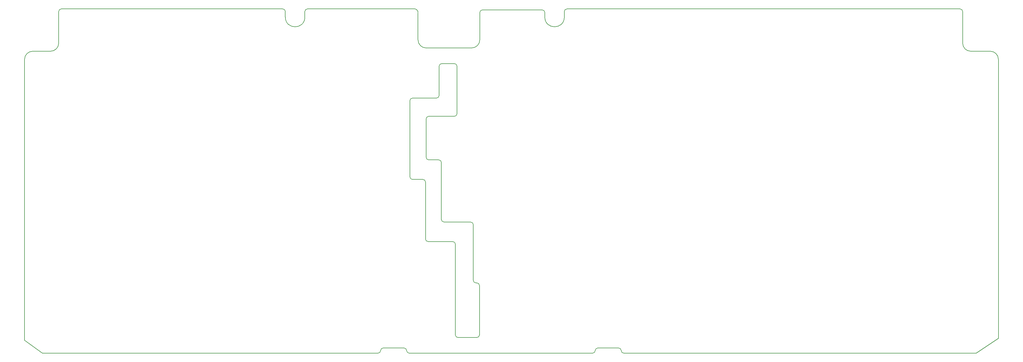
<source format=gm1>
G04 #@! TF.GenerationSoftware,KiCad,Pcbnew,6.0.0-rc1-unknown-ba8647f~66~ubuntu18.04.1*
G04 #@! TF.CreationDate,2018-09-16T18:21:37-07:00*
G04 #@! TF.ProjectId,TS65,545336352E6B696361645F7063620000,0.7*
G04 #@! TF.SameCoordinates,Original*
G04 #@! TF.FileFunction,Profile,NP*
%FSLAX46Y46*%
G04 Gerber Fmt 4.6, Leading zero omitted, Abs format (unit mm)*
G04 Created by KiCad (PCBNEW 6.0.0-rc1-unknown-ba8647f~66~ubuntu18.04.1) date Sun Sep 16 18:21:37 2018*
%MOMM*%
%LPD*%
G01*
G04 APERTURE LIST*
%ADD10C,0.127000*%
G04 APERTURE END LIST*
D10*
X201358116Y-67748334D02*
G75*
G02X202516999Y-69040999I-41116J-1202666D01*
G01*
X179427000Y-67801000D02*
X201527000Y-67801000D01*
X202507000Y-77281000D02*
X202507000Y-69031000D01*
X221400000Y-168000000D02*
G75*
G02X220600000Y-168800000I-800000J0D01*
G01*
X214000000Y-168000000D02*
G75*
G03X214800000Y-168800000I800000J0D01*
G01*
X214800000Y-168800000D02*
X220600000Y-168800000D01*
X220300000Y-152000000D02*
X220600000Y-152000000D01*
X221400000Y-152800000D02*
G75*
G03X220600000Y-152000000I-800000J0D01*
G01*
X219500000Y-151200000D02*
G75*
G03X220300000Y-152000000I800000J0D01*
G01*
X219500000Y-134100000D02*
G75*
G03X218700000Y-133300000I-800000J0D01*
G01*
X209700000Y-132500000D02*
G75*
G03X210500000Y-133300000I800000J0D01*
G01*
X209700000Y-115000000D02*
G75*
G03X208900000Y-114200000I-800000J0D01*
G01*
X205000000Y-113400000D02*
G75*
G03X205800000Y-114200000I800000J0D01*
G01*
X205800000Y-100800000D02*
G75*
G03X205000000Y-101600000I0J-800000D01*
G01*
X213700000Y-100800000D02*
G75*
G03X214500000Y-100000000I0J800000D01*
G01*
X265000000Y-172800000D02*
G75*
G03X265800000Y-173600000I800000J0D01*
G01*
X265000000Y-172800000D02*
G75*
G03X264200000Y-172000000I-800000J0D01*
G01*
X257000000Y-172800000D02*
G75*
G02X257800000Y-172000000I800000J0D01*
G01*
X257000000Y-172800000D02*
G75*
G02X256200000Y-173600000I-800000J0D01*
G01*
X370000000Y-68600000D02*
G75*
G03X369200000Y-67800000I-800000J0D01*
G01*
X381000000Y-83300000D02*
G75*
G03X378500000Y-80800000I-2500000J0D01*
G01*
X370000000Y-78300000D02*
G75*
G03X372500000Y-80800000I2500000J0D01*
G01*
X248300000Y-67800000D02*
G75*
G03X247500000Y-68600000I0J-800000D01*
G01*
X241500000Y-68900000D02*
G75*
G03X240700000Y-68100000I-800000J0D01*
G01*
X222300000Y-68100000D02*
G75*
G03X221500000Y-68900000I0J-800000D01*
G01*
X168500000Y-67800000D02*
G75*
G03X167700000Y-68600000I0J-800000D01*
G01*
X161700000Y-68600000D02*
G75*
G03X160900000Y-67800000I-800000J0D01*
G01*
X92800000Y-67800000D02*
G75*
G03X92000000Y-68600000I0J-800000D01*
G01*
X84000000Y-80800000D02*
G75*
G03X81500000Y-83300000I0J-2500000D01*
G01*
X89500000Y-80800000D02*
G75*
G03X92000000Y-78300000I0J2500000D01*
G01*
X191000000Y-172800000D02*
G75*
G02X190200000Y-173600000I-800000J0D01*
G01*
X191000000Y-172800000D02*
G75*
G02X191800000Y-172000000I800000J0D01*
G01*
X199000000Y-172800000D02*
G75*
G03X198200000Y-172000000I-800000J0D01*
G01*
X199000000Y-172800000D02*
G75*
G03X199800000Y-173600000I800000J0D01*
G01*
X214000000Y-140100000D02*
G75*
G03X213200000Y-139300000I-800000J0D01*
G01*
X204800000Y-138500000D02*
G75*
G03X205600000Y-139300000I800000J0D01*
G01*
X204800000Y-121000000D02*
G75*
G03X204000000Y-120200000I-800000J0D01*
G01*
X200000000Y-119400000D02*
G75*
G03X200800000Y-120200000I800000J0D01*
G01*
X200800000Y-95200000D02*
G75*
G03X200000000Y-96000000I0J-800000D01*
G01*
X208200000Y-95200000D02*
G75*
G03X209000000Y-94400000I0J800000D01*
G01*
X214500000Y-85400000D02*
G75*
G03X213700000Y-84600000I-800000J0D01*
G01*
X209800000Y-84600000D02*
G75*
G03X209000000Y-85400000I0J-800000D01*
G01*
X219000000Y-79800000D02*
G75*
G03X221500000Y-77300000I0J2500000D01*
G01*
X202500000Y-77300000D02*
G75*
G03X205000000Y-79800000I2500000J0D01*
G01*
X240700000Y-68100000D02*
X222300000Y-68100000D01*
X247500000Y-70300000D02*
X247500000Y-68600000D01*
X241500000Y-70300000D02*
G75*
G03X247500000Y-70300000I3000000J0D01*
G01*
X241500000Y-70300000D02*
X241500000Y-68900000D01*
X92800000Y-67800000D02*
X160900000Y-67800000D01*
X161700000Y-70300000D02*
X161700000Y-68600000D01*
X167700000Y-70300000D02*
X167700000Y-68600000D01*
X161700000Y-70300000D02*
G75*
G03X167700000Y-70300000I3000000J0D01*
G01*
X81500000Y-169600000D02*
X87000000Y-173600000D01*
X199800000Y-173600000D02*
X256200000Y-173600000D01*
X191800000Y-172000000D02*
X198200000Y-172000000D01*
X257800000Y-172000000D02*
X264200000Y-172000000D01*
X81500000Y-83300000D02*
X81500000Y-169600000D01*
X89500000Y-80800000D02*
X84000000Y-80800000D01*
X92000000Y-68600000D02*
X92000000Y-78300000D01*
X372500000Y-80800000D02*
X378500000Y-80800000D01*
X370000000Y-68600000D02*
X370000000Y-78300000D01*
X248300000Y-67800000D02*
X369200000Y-67800000D01*
X221500000Y-77300000D02*
X221500000Y-68900000D01*
X205000000Y-79800000D02*
X219000000Y-79800000D01*
X168500000Y-67800000D02*
X179400000Y-67800000D01*
X209800000Y-84600000D02*
X213700000Y-84600000D01*
X204000000Y-120200000D02*
X200800000Y-120200000D01*
X87000000Y-173600000D02*
X190200000Y-173600000D01*
X214000000Y-140100000D02*
X214000000Y-168000000D01*
X205600000Y-139300000D02*
X213200000Y-139300000D01*
X204800000Y-121000000D02*
X204800000Y-138500000D01*
X200000000Y-96000000D02*
X200000000Y-119400000D01*
X208200000Y-95200000D02*
X200800000Y-95200000D01*
X209000000Y-85400000D02*
X209000000Y-94400000D01*
X381000000Y-169000000D02*
X374200000Y-173600000D01*
X381000000Y-169000000D02*
X381000000Y-83300000D01*
X265800000Y-173600000D02*
X374200000Y-173600000D01*
X221400000Y-152800000D02*
X221400000Y-168000000D01*
X219500000Y-134100000D02*
X219500000Y-151200000D01*
X210500000Y-133300000D02*
X218700000Y-133300000D01*
X209700000Y-115000000D02*
X209700000Y-132500000D01*
X205800000Y-114200000D02*
X208900000Y-114200000D01*
X205000000Y-101600000D02*
X205000000Y-113400000D01*
X213700000Y-100800000D02*
X205800000Y-100800000D01*
X214500000Y-85400000D02*
X214500000Y-100000000D01*
M02*

</source>
